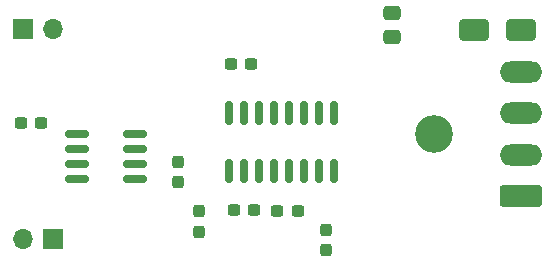
<source format=gbr>
%TF.GenerationSoftware,KiCad,Pcbnew,8.0.2*%
%TF.CreationDate,2024-12-11T15:18:32+01:00*%
%TF.ProjectId,rsr232-iso,72737232-3332-42d6-9973-6f2e6b696361,rev?*%
%TF.SameCoordinates,Original*%
%TF.FileFunction,Soldermask,Top*%
%TF.FilePolarity,Negative*%
%FSLAX46Y46*%
G04 Gerber Fmt 4.6, Leading zero omitted, Abs format (unit mm)*
G04 Created by KiCad (PCBNEW 8.0.2) date 2024-12-11 15:18:32*
%MOMM*%
%LPD*%
G01*
G04 APERTURE LIST*
G04 Aperture macros list*
%AMRoundRect*
0 Rectangle with rounded corners*
0 $1 Rounding radius*
0 $2 $3 $4 $5 $6 $7 $8 $9 X,Y pos of 4 corners*
0 Add a 4 corners polygon primitive as box body*
4,1,4,$2,$3,$4,$5,$6,$7,$8,$9,$2,$3,0*
0 Add four circle primitives for the rounded corners*
1,1,$1+$1,$2,$3*
1,1,$1+$1,$4,$5*
1,1,$1+$1,$6,$7*
1,1,$1+$1,$8,$9*
0 Add four rect primitives between the rounded corners*
20,1,$1+$1,$2,$3,$4,$5,0*
20,1,$1+$1,$4,$5,$6,$7,0*
20,1,$1+$1,$6,$7,$8,$9,0*
20,1,$1+$1,$8,$9,$2,$3,0*%
G04 Aperture macros list end*
%ADD10RoundRect,0.150000X0.150000X-0.825000X0.150000X0.825000X-0.150000X0.825000X-0.150000X-0.825000X0*%
%ADD11RoundRect,0.250000X-1.000000X-0.650000X1.000000X-0.650000X1.000000X0.650000X-1.000000X0.650000X0*%
%ADD12RoundRect,0.237500X-0.300000X-0.237500X0.300000X-0.237500X0.300000X0.237500X-0.300000X0.237500X0*%
%ADD13RoundRect,0.237500X0.237500X-0.300000X0.237500X0.300000X-0.237500X0.300000X-0.237500X-0.300000X0*%
%ADD14RoundRect,0.237500X-0.237500X0.300000X-0.237500X-0.300000X0.237500X-0.300000X0.237500X0.300000X0*%
%ADD15RoundRect,0.250000X0.475000X-0.337500X0.475000X0.337500X-0.475000X0.337500X-0.475000X-0.337500X0*%
%ADD16C,3.200000*%
%ADD17RoundRect,0.150000X-0.825000X-0.150000X0.825000X-0.150000X0.825000X0.150000X-0.825000X0.150000X0*%
%ADD18RoundRect,0.250000X1.550000X-0.650000X1.550000X0.650000X-1.550000X0.650000X-1.550000X-0.650000X0*%
%ADD19O,3.600000X1.800000*%
%ADD20R,1.700000X1.700000*%
%ADD21O,1.700000X1.700000*%
G04 APERTURE END LIST*
D10*
%TO.C,U1*%
X145669000Y-121474000D03*
X146939000Y-121474000D03*
X148209000Y-121474000D03*
X149479000Y-121474000D03*
X150749000Y-121474000D03*
X152019000Y-121474000D03*
X153289000Y-121474000D03*
X154559000Y-121474000D03*
X154559000Y-116524000D03*
X153289000Y-116524000D03*
X152019000Y-116524000D03*
X150749000Y-116524000D03*
X149479000Y-116524000D03*
X148209000Y-116524000D03*
X146939000Y-116524000D03*
X145669000Y-116524000D03*
%TD*%
D11*
%TO.C,D1*%
X166402000Y-109524800D03*
X170402000Y-109524800D03*
%TD*%
D12*
%TO.C,C1*%
X145822500Y-112369600D03*
X147547500Y-112369600D03*
%TD*%
D13*
%TO.C,C4*%
X143103600Y-126592500D03*
X143103600Y-124867500D03*
%TD*%
D14*
%TO.C,C6*%
X153924000Y-126442300D03*
X153924000Y-128167300D03*
%TD*%
D12*
%TO.C,C2*%
X146076500Y-124714000D03*
X147801500Y-124714000D03*
%TD*%
D15*
%TO.C,C5*%
X159512000Y-110105100D03*
X159512000Y-108030100D03*
%TD*%
D12*
%TO.C,C3*%
X149759500Y-124841000D03*
X151484500Y-124841000D03*
%TD*%
%TO.C,C7*%
X128067900Y-117348000D03*
X129792900Y-117348000D03*
%TD*%
D16*
%TO.C,H1*%
X163000000Y-118344800D03*
%TD*%
D14*
%TO.C,C8*%
X141376400Y-120651100D03*
X141376400Y-122376100D03*
%TD*%
D17*
%TO.C,U2*%
X132805400Y-118338600D03*
X132805400Y-119608600D03*
X132805400Y-120878600D03*
X132805400Y-122148600D03*
X137755400Y-122148600D03*
X137755400Y-120878600D03*
X137755400Y-119608600D03*
X137755400Y-118338600D03*
%TD*%
D18*
%TO.C,J1*%
X170426500Y-123577300D03*
D19*
X170426500Y-120077300D03*
X170426500Y-116577300D03*
X170426500Y-113077300D03*
%TD*%
D20*
%TO.C,J2*%
X128260000Y-109455000D03*
D21*
X130800000Y-109455000D03*
%TD*%
D20*
%TO.C,J3*%
X130810000Y-127235000D03*
D21*
X128270000Y-127235000D03*
%TD*%
M02*

</source>
